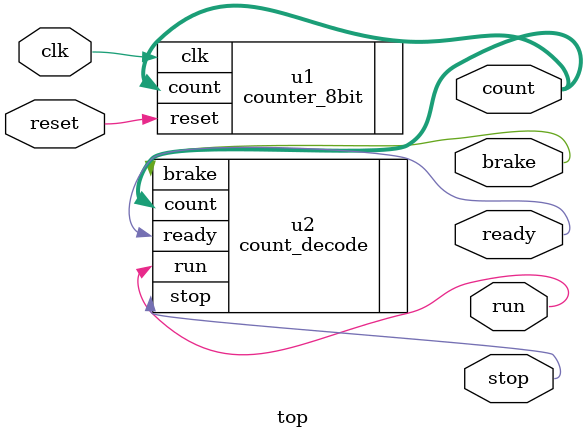
<source format=v>


module top (
	    input	 clk,
	    input	 reset,
	    output [7:0] count,
	    output	 ready, 
	    output	 run,
	    output	 brake,
	    output	 stop
	    );

   counter_8bit u1 (/*AUTOINST*/
		    // Outputs
		    .count		(count[7:0]),
		    // Inputs
		    .clk		(clk),
		    .reset		(reset));

   count_decode u2 (/*AUTOINST*/
		    // Outputs
		    .ready		(ready),
		    .run		(run),
		    .brake		(brake),
		    .stop		(stop),
		    // Inputs
		    .count		(count[7:0]));

endmodule

</source>
